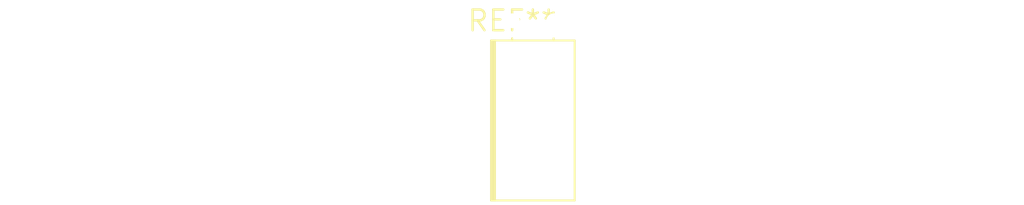
<source format=kicad_pcb>
(kicad_pcb (version 20240108) (generator pcbnew)
  (layers (0 "F.Cu" signal) (31 "B.Cu" signal) (34 "B.Paste" user) (35 "F.Paste" user) (36 "B.SilkS" user "B.Silkscreen") (37 "F.SilkS" user "F.Silkscreen") (38 "B.Mask" user) (39 "F.Mask" user) (44 "Edge.Cuts" user))
  (net 0 "")
  (footprint "LED_Rectangular_W5.0mm_H2.0mm_Horizontal_O1.27mm_Z3.0mm" (layer "F.Cu") (at 0 0)
    (property "Reference" "REF**")
    (property "Value" "LED_Rectangular_W5.0mm_H2.0mm_Horizontal_O1.27mm_Z3.0mm")
    (fp_line (start -1.29 1.21) (end -1.29 11.03) (layer "F.SilkS") (stroke (width 0.12)))
    (fp_line (start -1.29 11.03) (end 3.83 11.03) (layer "F.SilkS") (stroke (width 0.12)))
    (fp_line (start -1.17 1.21) (end -1.17 11.03) (layer "F.SilkS") (stroke (width 0.12)))
    (fp_line (start -1.05 1.21) (end -1.05 11.03) (layer "F.SilkS") (stroke (width 0.12)))
    (fp_line (start 0 1.08) (end 0 1.08) (layer "F.SilkS") (stroke (width 0.12)))
    (fp_line (start 0 1.08) (end 0 1.21) (layer "F.SilkS") (stroke (width 0.12)))
    (fp_line (start 0 1.21) (end 0 1.08) (layer "F.SilkS") (stroke (width 0.12)))
    (fp_line (start 0 1.21) (end 0 1.21) (layer "F.SilkS") (stroke (width 0.12)))
    (fp_line (start 2.54 1.08) (end 2.54 1.08) (layer "F.SilkS") (stroke (width 0.12)))
    (fp_line (start 2.54 1.08) (end 2.54 1.21) (layer "F.SilkS") (stroke (width 0.12)))
    (fp_line (start 2.54 1.21) (end 2.54 1.08) (layer "F.SilkS") (stroke (width 0.12)))
    (fp_line (start 2.54 1.21) (end 2.54 1.21) (layer "F.SilkS") (stroke (width 0.12)))
    (fp_line (start 3.83 1.21) (end -1.29 1.21) (layer "F.SilkS") (stroke (width 0.12)))
    (fp_line (start 3.83 11.03) (end 3.83 1.21) (layer "F.SilkS") (stroke (width 0.12)))
    (pad "1" thru_hole rect (at 0 0) (size 1.8 1.8) (drill 0.9) (layers *.Cu *.Mask) (remove_unused_layers))
    (pad "2" thru_hole circle (at 2.54 0) (size 1.8 1.8) (drill 0.9) (layers *.Cu *.Mask) (remove_unused_layers))
  )
)
</source>
